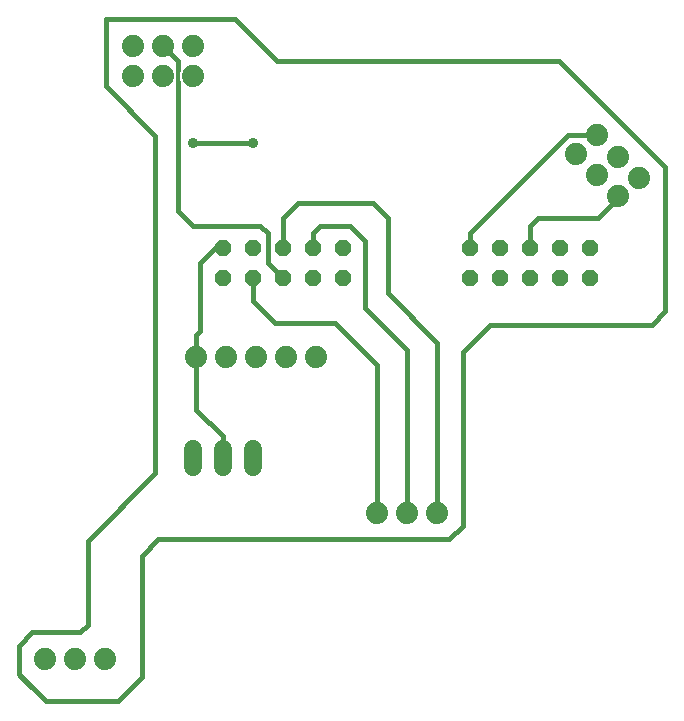
<source format=gbl>
G75*
%MOIN*%
%OFA0B0*%
%FSLAX24Y24*%
%IPPOS*%
%LPD*%
%AMOC8*
5,1,8,0,0,1.08239X$1,22.5*
%
%ADD10C,0.0160*%
%ADD11C,0.0740*%
%ADD12OC8,0.0560*%
%ADD13C,0.0600*%
%ADD14C,0.0120*%
%ADD15C,0.0356*%
D10*
X000980Y000280D02*
X000230Y001030D01*
X000180Y001080D02*
X000180Y002030D01*
X000630Y002480D01*
X002230Y002480D01*
X002480Y002730D01*
X002480Y005530D01*
X004730Y007780D01*
X004730Y019030D01*
X003080Y020680D01*
X003080Y022930D01*
X007380Y022930D01*
X008780Y021530D01*
X018180Y021530D01*
X021730Y017980D01*
X021730Y013180D01*
X021280Y012730D01*
X015880Y012730D01*
X014980Y011830D01*
X014980Y006030D01*
X014530Y005580D01*
X004830Y005580D01*
X004280Y005030D01*
X004280Y000980D01*
X003480Y000180D01*
X001080Y000180D01*
X000180Y001080D01*
X006980Y008280D02*
X006980Y009030D01*
X006105Y009905D01*
X006105Y011655D01*
X006105Y012405D01*
X006230Y012530D01*
X006230Y014780D01*
X006730Y015280D01*
X006980Y015280D01*
X005980Y016030D02*
X008230Y016030D01*
X008480Y015780D01*
X008480Y014780D01*
X008980Y014280D01*
X007980Y014280D02*
X007980Y013530D01*
X008730Y012780D01*
X010730Y012780D01*
X012130Y011380D01*
X012130Y006455D01*
X013130Y006455D02*
X013130Y011880D01*
X011730Y013280D01*
X011730Y015530D01*
X011230Y016030D01*
X010230Y016030D01*
X009980Y015780D01*
X009980Y015280D01*
X009980Y015530D01*
X008980Y015280D02*
X008980Y016280D01*
X009480Y016780D01*
X011980Y016780D01*
X012480Y016280D01*
X012480Y013780D01*
X014130Y012130D01*
X014130Y006455D01*
X015230Y015280D02*
X015230Y015780D01*
X018494Y019044D01*
X019441Y019044D01*
X020169Y017016D02*
X020169Y016969D01*
X019480Y016280D01*
X017480Y016280D01*
X017230Y016030D01*
X017230Y015280D01*
X007980Y018780D02*
X005980Y018780D01*
X005480Y020830D02*
X005480Y016530D01*
X005980Y016030D01*
X005480Y021230D02*
X005480Y021530D01*
X004980Y022030D01*
D11*
X004980Y022030D03*
X003980Y022030D03*
X003980Y021030D03*
X004980Y021030D03*
X005980Y021030D03*
X005980Y022030D03*
X006105Y011655D03*
X007105Y011655D03*
X008105Y011655D03*
X009105Y011655D03*
X010105Y011655D03*
X012130Y006455D03*
X013130Y006455D03*
X014130Y006455D03*
X003043Y001593D03*
X002043Y001593D03*
X001043Y001593D03*
X019462Y017723D03*
X020148Y018337D03*
X020855Y017630D03*
X020169Y017016D03*
X018755Y018430D03*
X019441Y019044D03*
D12*
X019230Y015280D03*
X018230Y015280D03*
X017230Y015280D03*
X016230Y015280D03*
X015230Y015280D03*
X015230Y014280D03*
X016230Y014280D03*
X017230Y014280D03*
X018230Y014280D03*
X019230Y014280D03*
X010980Y014280D03*
X009980Y014280D03*
X008980Y014280D03*
X007980Y014280D03*
X006980Y014280D03*
X006980Y015280D03*
X007980Y015280D03*
X008980Y015280D03*
X009980Y015280D03*
X010980Y015280D03*
D13*
X007980Y008580D02*
X007980Y007980D01*
X006980Y007980D02*
X006980Y008580D01*
X005980Y008580D02*
X005980Y007980D01*
D14*
X005480Y020830D02*
X005480Y021230D01*
D15*
X005980Y018780D03*
X007980Y018780D03*
M02*

</source>
